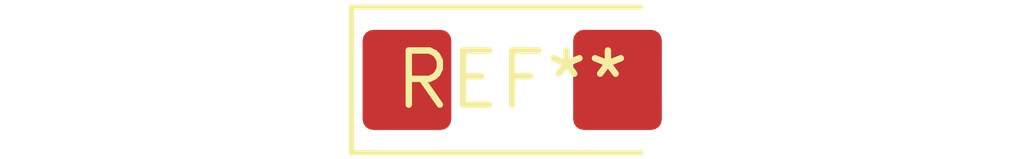
<source format=kicad_pcb>
(kicad_pcb (version 20240108) (generator pcbnew)
  (layers (0 "F.Cu" signal) (31 "B.Cu" signal) (34 "B.Paste" user) (35 "F.Paste" user) (36 "B.SilkS" user "B.Silkscreen") (37 "F.SilkS" user "F.Silkscreen") (38 "B.Mask" user) (39 "F.Mask" user) (44 "Edge.Cuts" user))
  (net 0 "")
  (footprint "CP_EIA-6032-20_AVX-F" (layer "F.Cu") (at 0 0)
    (property "Reference" "REF**")
    (property "Value" "CP_EIA-6032-20_AVX-F")
    (fp_line (start -3.76 -1.71) (end -3.76 1.71) (layer "F.SilkS") (stroke (width 0.12)))
    (fp_line (start -3.76 1.71) (end 3 1.71) (layer "F.SilkS") (stroke (width 0.12)))
    (fp_line (start 3 -1.71) (end -3.76 -1.71) (layer "F.SilkS") (stroke (width 0.12)))
    (pad "1" smd roundrect (at -2.4625 0) (size 2.075 2.35) (layers "F.Cu" "F.Paste" "F.Mask") (roundrect_rratio 0.120482))
    (pad "2" smd roundrect (at 2.4625 0) (size 2.075 2.35) (layers "F.Cu" "F.Paste" "F.Mask") (roundrect_rratio 0.120482))
  )
)
</source>
